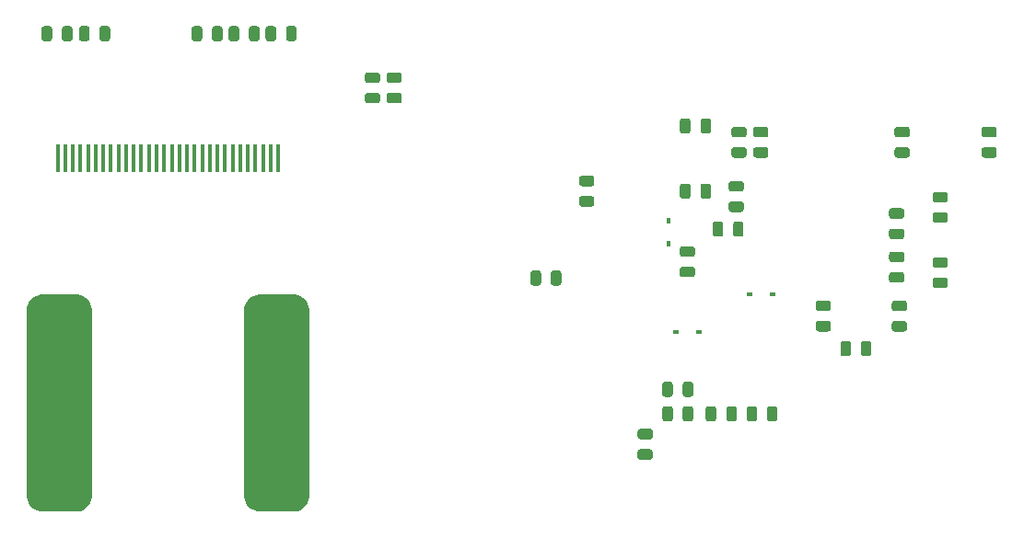
<source format=gbr>
%TF.GenerationSoftware,KiCad,Pcbnew,(5.99.0-2671-gfc0a358ba)*%
%TF.CreationDate,2020-08-28T01:53:28+05:30*%
%TF.ProjectId,Power_Supply,506f7765-725f-4537-9570-706c792e6b69,rev?*%
%TF.SameCoordinates,Original*%
%TF.FileFunction,Paste,Bot*%
%TF.FilePolarity,Positive*%
%FSLAX46Y46*%
G04 Gerber Fmt 4.6, Leading zero omitted, Abs format (unit mm)*
G04 Created by KiCad (PCBNEW (5.99.0-2671-gfc0a358ba)) date 2020-08-28 01:53:28*
%MOMM*%
%LPD*%
G01*
G04 APERTURE LIST*
%ADD10R,0.400000X2.500000*%
%ADD11R,0.600000X0.450000*%
%ADD12R,0.450000X0.600000*%
G04 APERTURE END LIST*
D10*
%TO.C,U10*%
X21850000Y-26500000D03*
X22550000Y-26500000D03*
X23250000Y-26500000D03*
X23950000Y-26500000D03*
X24650000Y-26500000D03*
X25350000Y-26500000D03*
X26050000Y-26500000D03*
X26750000Y-26500000D03*
X27450000Y-26500000D03*
X28150000Y-26500000D03*
X28850000Y-26500000D03*
X29550000Y-26500000D03*
X30250000Y-26500000D03*
X30950000Y-26500000D03*
X31650000Y-26500000D03*
X32350000Y-26500000D03*
X33050000Y-26500000D03*
X33750000Y-26500000D03*
X34450000Y-26500000D03*
X35150000Y-26500000D03*
X35850000Y-26500000D03*
X36550000Y-26500000D03*
X37250000Y-26500000D03*
X37950000Y-26500000D03*
X38650000Y-26500000D03*
X39350000Y-26500000D03*
X40050000Y-26500000D03*
X40750000Y-26500000D03*
X41450000Y-26500000D03*
X42150000Y-26500000D03*
%TD*%
%TO.C,J3*%
G36*
X23737086Y-39014659D02*
G01*
X23973039Y-39072816D01*
X24196608Y-39168070D01*
X24402002Y-39297953D01*
X24583901Y-39459102D01*
X24737595Y-39647342D01*
X24859103Y-39857799D01*
X24945277Y-40085022D01*
X24993886Y-40323126D01*
X25000000Y-40424201D01*
X25000000Y-57555506D01*
X24985341Y-57737086D01*
X24927184Y-57973039D01*
X24831930Y-58196608D01*
X24702047Y-58402002D01*
X24540898Y-58583901D01*
X24352658Y-58737595D01*
X24142201Y-58859103D01*
X23914978Y-58945277D01*
X23676874Y-58993886D01*
X23575799Y-59000000D01*
X20444494Y-59000000D01*
X20262914Y-58985341D01*
X20026961Y-58927184D01*
X19803392Y-58831930D01*
X19597998Y-58702047D01*
X19416099Y-58540898D01*
X19262405Y-58352658D01*
X19140897Y-58142201D01*
X19054723Y-57914978D01*
X19006114Y-57676874D01*
X19000000Y-57575799D01*
X19000000Y-40444494D01*
X19014659Y-40262914D01*
X19072816Y-40026961D01*
X19168070Y-39803392D01*
X19297953Y-39597998D01*
X19459102Y-39416099D01*
X19647342Y-39262405D01*
X19857799Y-39140897D01*
X20085022Y-39054723D01*
X20323126Y-39006114D01*
X20424201Y-39000000D01*
X23555506Y-39000000D01*
X23737086Y-39014659D01*
G37*
%TD*%
%TO.C,J2*%
G36*
X43737086Y-39014659D02*
G01*
X43973039Y-39072816D01*
X44196608Y-39168070D01*
X44402002Y-39297953D01*
X44583901Y-39459102D01*
X44737595Y-39647342D01*
X44859103Y-39857799D01*
X44945277Y-40085022D01*
X44993886Y-40323126D01*
X45000000Y-40424201D01*
X45000000Y-57555506D01*
X44985341Y-57737086D01*
X44927184Y-57973039D01*
X44831930Y-58196608D01*
X44702047Y-58402002D01*
X44540898Y-58583901D01*
X44352658Y-58737595D01*
X44142201Y-58859103D01*
X43914978Y-58945277D01*
X43676874Y-58993886D01*
X43575799Y-59000000D01*
X40444494Y-59000000D01*
X40262914Y-58985341D01*
X40026961Y-58927184D01*
X39803392Y-58831930D01*
X39597998Y-58702047D01*
X39416099Y-58540898D01*
X39262405Y-58352658D01*
X39140897Y-58142201D01*
X39054723Y-57914978D01*
X39006114Y-57676874D01*
X39000000Y-57575799D01*
X39000000Y-40444494D01*
X39014659Y-40262914D01*
X39072816Y-40026961D01*
X39168070Y-39803392D01*
X39297953Y-39597998D01*
X39459102Y-39416099D01*
X39647342Y-39262405D01*
X39857799Y-39140897D01*
X40085022Y-39054723D01*
X40323126Y-39006114D01*
X40424201Y-39000000D01*
X43555506Y-39000000D01*
X43737086Y-39014659D01*
G37*
%TD*%
%TO.C,C32*%
G36*
G01*
X37575000Y-15456250D02*
X37575000Y-14543750D01*
G75*
G02*
X37818750Y-14300000I243750J0D01*
G01*
X38306250Y-14300000D01*
G75*
G02*
X38550000Y-14543750I0J-243750D01*
G01*
X38550000Y-15456250D01*
G75*
G02*
X38306250Y-15700000I-243750J0D01*
G01*
X37818750Y-15700000D01*
G75*
G02*
X37575000Y-15456250I0J243750D01*
G01*
G37*
G36*
G01*
X39450000Y-15456250D02*
X39450000Y-14543750D01*
G75*
G02*
X39693750Y-14300000I243750J0D01*
G01*
X40181250Y-14300000D01*
G75*
G02*
X40425000Y-14543750I0J-243750D01*
G01*
X40425000Y-15456250D01*
G75*
G02*
X40181250Y-15700000I-243750J0D01*
G01*
X39693750Y-15700000D01*
G75*
G02*
X39450000Y-15456250I0J243750D01*
G01*
G37*
%TD*%
D11*
%TO.C,D6*%
X78700000Y-42500000D03*
X80800000Y-42500000D03*
%TD*%
%TO.C,R14*%
G36*
G01*
X53256250Y-21425000D02*
X52343750Y-21425000D01*
G75*
G02*
X52100000Y-21181250I0J243750D01*
G01*
X52100000Y-20693750D01*
G75*
G02*
X52343750Y-20450000I243750J0D01*
G01*
X53256250Y-20450000D01*
G75*
G02*
X53500000Y-20693750I0J-243750D01*
G01*
X53500000Y-21181250D01*
G75*
G02*
X53256250Y-21425000I-243750J0D01*
G01*
G37*
G36*
G01*
X53256250Y-19550000D02*
X52343750Y-19550000D01*
G75*
G02*
X52100000Y-19306250I0J243750D01*
G01*
X52100000Y-18818750D01*
G75*
G02*
X52343750Y-18575000I243750J0D01*
G01*
X53256250Y-18575000D01*
G75*
G02*
X53500000Y-18818750I0J-243750D01*
G01*
X53500000Y-19306250D01*
G75*
G02*
X53256250Y-19550000I-243750J0D01*
G01*
G37*
%TD*%
%TO.C,C3*%
G36*
G01*
X96675000Y-43543750D02*
X96675000Y-44456250D01*
G75*
G02*
X96431250Y-44700000I-243750J0D01*
G01*
X95943750Y-44700000D01*
G75*
G02*
X95700000Y-44456250I0J243750D01*
G01*
X95700000Y-43543750D01*
G75*
G02*
X95943750Y-43300000I243750J0D01*
G01*
X96431250Y-43300000D01*
G75*
G02*
X96675000Y-43543750I0J-243750D01*
G01*
G37*
G36*
G01*
X94800000Y-43543750D02*
X94800000Y-44456250D01*
G75*
G02*
X94556250Y-44700000I-243750J0D01*
G01*
X94068750Y-44700000D01*
G75*
G02*
X93825000Y-44456250I0J243750D01*
G01*
X93825000Y-43543750D01*
G75*
G02*
X94068750Y-43300000I243750J0D01*
G01*
X94556250Y-43300000D01*
G75*
G02*
X94800000Y-43543750I0J-243750D01*
G01*
G37*
%TD*%
%TO.C,C8*%
G36*
G01*
X81445000Y-50456250D02*
X81445000Y-49543750D01*
G75*
G02*
X81688750Y-49300000I243750J0D01*
G01*
X82176250Y-49300000D01*
G75*
G02*
X82420000Y-49543750I0J-243750D01*
G01*
X82420000Y-50456250D01*
G75*
G02*
X82176250Y-50700000I-243750J0D01*
G01*
X81688750Y-50700000D01*
G75*
G02*
X81445000Y-50456250I0J243750D01*
G01*
G37*
G36*
G01*
X83320000Y-50456250D02*
X83320000Y-49543750D01*
G75*
G02*
X83563750Y-49300000I243750J0D01*
G01*
X84051250Y-49300000D01*
G75*
G02*
X84295000Y-49543750I0J-243750D01*
G01*
X84295000Y-50456250D01*
G75*
G02*
X84051250Y-50700000I-243750J0D01*
G01*
X83563750Y-50700000D01*
G75*
G02*
X83320000Y-50456250I0J243750D01*
G01*
G37*
%TD*%
%TO.C,C2*%
G36*
G01*
X98543750Y-31075000D02*
X99456250Y-31075000D01*
G75*
G02*
X99700000Y-31318750I0J-243750D01*
G01*
X99700000Y-31806250D01*
G75*
G02*
X99456250Y-32050000I-243750J0D01*
G01*
X98543750Y-32050000D01*
G75*
G02*
X98300000Y-31806250I0J243750D01*
G01*
X98300000Y-31318750D01*
G75*
G02*
X98543750Y-31075000I243750J0D01*
G01*
G37*
G36*
G01*
X98543750Y-32950000D02*
X99456250Y-32950000D01*
G75*
G02*
X99700000Y-33193750I0J-243750D01*
G01*
X99700000Y-33681250D01*
G75*
G02*
X99456250Y-33925000I-243750J0D01*
G01*
X98543750Y-33925000D01*
G75*
G02*
X98300000Y-33681250I0J243750D01*
G01*
X98300000Y-33193750D01*
G75*
G02*
X98543750Y-32950000I243750J0D01*
G01*
G37*
%TD*%
%TO.C,R11*%
G36*
G01*
X102543750Y-29575000D02*
X103456250Y-29575000D01*
G75*
G02*
X103700000Y-29818750I0J-243750D01*
G01*
X103700000Y-30306250D01*
G75*
G02*
X103456250Y-30550000I-243750J0D01*
G01*
X102543750Y-30550000D01*
G75*
G02*
X102300000Y-30306250I0J243750D01*
G01*
X102300000Y-29818750D01*
G75*
G02*
X102543750Y-29575000I243750J0D01*
G01*
G37*
G36*
G01*
X102543750Y-31450000D02*
X103456250Y-31450000D01*
G75*
G02*
X103700000Y-31693750I0J-243750D01*
G01*
X103700000Y-32181250D01*
G75*
G02*
X103456250Y-32425000I-243750J0D01*
G01*
X102543750Y-32425000D01*
G75*
G02*
X102300000Y-32181250I0J243750D01*
G01*
X102300000Y-31693750D01*
G75*
G02*
X102543750Y-31450000I243750J0D01*
G01*
G37*
%TD*%
%TO.C,R4*%
G36*
G01*
X103456250Y-38425000D02*
X102543750Y-38425000D01*
G75*
G02*
X102300000Y-38181250I0J243750D01*
G01*
X102300000Y-37693750D01*
G75*
G02*
X102543750Y-37450000I243750J0D01*
G01*
X103456250Y-37450000D01*
G75*
G02*
X103700000Y-37693750I0J-243750D01*
G01*
X103700000Y-38181250D01*
G75*
G02*
X103456250Y-38425000I-243750J0D01*
G01*
G37*
G36*
G01*
X103456250Y-36550000D02*
X102543750Y-36550000D01*
G75*
G02*
X102300000Y-36306250I0J243750D01*
G01*
X102300000Y-35818750D01*
G75*
G02*
X102543750Y-35575000I243750J0D01*
G01*
X103456250Y-35575000D01*
G75*
G02*
X103700000Y-35818750I0J-243750D01*
G01*
X103700000Y-36306250D01*
G75*
G02*
X103456250Y-36550000I-243750J0D01*
G01*
G37*
%TD*%
%TO.C,C34*%
G36*
G01*
X43825000Y-14543750D02*
X43825000Y-15456250D01*
G75*
G02*
X43581250Y-15700000I-243750J0D01*
G01*
X43093750Y-15700000D01*
G75*
G02*
X42850000Y-15456250I0J243750D01*
G01*
X42850000Y-14543750D01*
G75*
G02*
X43093750Y-14300000I243750J0D01*
G01*
X43581250Y-14300000D01*
G75*
G02*
X43825000Y-14543750I0J-243750D01*
G01*
G37*
G36*
G01*
X41950000Y-14543750D02*
X41950000Y-15456250D01*
G75*
G02*
X41706250Y-15700000I-243750J0D01*
G01*
X41218750Y-15700000D01*
G75*
G02*
X40975000Y-15456250I0J243750D01*
G01*
X40975000Y-14543750D01*
G75*
G02*
X41218750Y-14300000I243750J0D01*
G01*
X41706250Y-14300000D01*
G75*
G02*
X41950000Y-14543750I0J-243750D01*
G01*
G37*
%TD*%
%TO.C,D5*%
X85450000Y-39000000D03*
X87550000Y-39000000D03*
%TD*%
%TO.C,C15*%
G36*
G01*
X79293750Y-34575000D02*
X80206250Y-34575000D01*
G75*
G02*
X80450000Y-34818750I0J-243750D01*
G01*
X80450000Y-35306250D01*
G75*
G02*
X80206250Y-35550000I-243750J0D01*
G01*
X79293750Y-35550000D01*
G75*
G02*
X79050000Y-35306250I0J243750D01*
G01*
X79050000Y-34818750D01*
G75*
G02*
X79293750Y-34575000I243750J0D01*
G01*
G37*
G36*
G01*
X79293750Y-36450000D02*
X80206250Y-36450000D01*
G75*
G02*
X80450000Y-36693750I0J-243750D01*
G01*
X80450000Y-37181250D01*
G75*
G02*
X80206250Y-37425000I-243750J0D01*
G01*
X79293750Y-37425000D01*
G75*
G02*
X79050000Y-37181250I0J243750D01*
G01*
X79050000Y-36693750D01*
G75*
G02*
X79293750Y-36450000I243750J0D01*
G01*
G37*
%TD*%
%TO.C,C31*%
G36*
G01*
X23825000Y-15456250D02*
X23825000Y-14543750D01*
G75*
G02*
X24068750Y-14300000I243750J0D01*
G01*
X24556250Y-14300000D01*
G75*
G02*
X24800000Y-14543750I0J-243750D01*
G01*
X24800000Y-15456250D01*
G75*
G02*
X24556250Y-15700000I-243750J0D01*
G01*
X24068750Y-15700000D01*
G75*
G02*
X23825000Y-15456250I0J243750D01*
G01*
G37*
G36*
G01*
X25700000Y-15456250D02*
X25700000Y-14543750D01*
G75*
G02*
X25943750Y-14300000I243750J0D01*
G01*
X26431250Y-14300000D01*
G75*
G02*
X26675000Y-14543750I0J-243750D01*
G01*
X26675000Y-15456250D01*
G75*
G02*
X26431250Y-15700000I-243750J0D01*
G01*
X25943750Y-15700000D01*
G75*
G02*
X25700000Y-15456250I0J243750D01*
G01*
G37*
%TD*%
%TO.C,C10*%
G36*
G01*
X99456250Y-37925000D02*
X98543750Y-37925000D01*
G75*
G02*
X98300000Y-37681250I0J243750D01*
G01*
X98300000Y-37193750D01*
G75*
G02*
X98543750Y-36950000I243750J0D01*
G01*
X99456250Y-36950000D01*
G75*
G02*
X99700000Y-37193750I0J-243750D01*
G01*
X99700000Y-37681250D01*
G75*
G02*
X99456250Y-37925000I-243750J0D01*
G01*
G37*
G36*
G01*
X99456250Y-36050000D02*
X98543750Y-36050000D01*
G75*
G02*
X98300000Y-35806250I0J243750D01*
G01*
X98300000Y-35318750D01*
G75*
G02*
X98543750Y-35075000I243750J0D01*
G01*
X99456250Y-35075000D01*
G75*
G02*
X99700000Y-35318750I0J-243750D01*
G01*
X99700000Y-35806250D01*
G75*
G02*
X99456250Y-36050000I-243750J0D01*
G01*
G37*
%TD*%
%TO.C,R5*%
G36*
G01*
X51256250Y-21425000D02*
X50343750Y-21425000D01*
G75*
G02*
X50100000Y-21181250I0J243750D01*
G01*
X50100000Y-20693750D01*
G75*
G02*
X50343750Y-20450000I243750J0D01*
G01*
X51256250Y-20450000D01*
G75*
G02*
X51500000Y-20693750I0J-243750D01*
G01*
X51500000Y-21181250D01*
G75*
G02*
X51256250Y-21425000I-243750J0D01*
G01*
G37*
G36*
G01*
X51256250Y-19550000D02*
X50343750Y-19550000D01*
G75*
G02*
X50100000Y-19306250I0J243750D01*
G01*
X50100000Y-18818750D01*
G75*
G02*
X50343750Y-18575000I243750J0D01*
G01*
X51256250Y-18575000D01*
G75*
G02*
X51500000Y-18818750I0J-243750D01*
G01*
X51500000Y-19306250D01*
G75*
G02*
X51256250Y-19550000I-243750J0D01*
G01*
G37*
%TD*%
%TO.C,C14*%
G36*
G01*
X75413750Y-51375000D02*
X76326250Y-51375000D01*
G75*
G02*
X76570000Y-51618750I0J-243750D01*
G01*
X76570000Y-52106250D01*
G75*
G02*
X76326250Y-52350000I-243750J0D01*
G01*
X75413750Y-52350000D01*
G75*
G02*
X75170000Y-52106250I0J243750D01*
G01*
X75170000Y-51618750D01*
G75*
G02*
X75413750Y-51375000I243750J0D01*
G01*
G37*
G36*
G01*
X75413750Y-53250000D02*
X76326250Y-53250000D01*
G75*
G02*
X76570000Y-53493750I0J-243750D01*
G01*
X76570000Y-53981250D01*
G75*
G02*
X76326250Y-54225000I-243750J0D01*
G01*
X75413750Y-54225000D01*
G75*
G02*
X75170000Y-53981250I0J243750D01*
G01*
X75170000Y-53493750D01*
G75*
G02*
X75413750Y-53250000I243750J0D01*
G01*
G37*
%TD*%
%TO.C,R2*%
G36*
G01*
X107043750Y-23575000D02*
X107956250Y-23575000D01*
G75*
G02*
X108200000Y-23818750I0J-243750D01*
G01*
X108200000Y-24306250D01*
G75*
G02*
X107956250Y-24550000I-243750J0D01*
G01*
X107043750Y-24550000D01*
G75*
G02*
X106800000Y-24306250I0J243750D01*
G01*
X106800000Y-23818750D01*
G75*
G02*
X107043750Y-23575000I243750J0D01*
G01*
G37*
G36*
G01*
X107043750Y-25450000D02*
X107956250Y-25450000D01*
G75*
G02*
X108200000Y-25693750I0J-243750D01*
G01*
X108200000Y-26181250D01*
G75*
G02*
X107956250Y-26425000I-243750J0D01*
G01*
X107043750Y-26425000D01*
G75*
G02*
X106800000Y-26181250I0J243750D01*
G01*
X106800000Y-25693750D01*
G75*
G02*
X107043750Y-25450000I243750J0D01*
G01*
G37*
%TD*%
%TO.C,R3*%
G36*
G01*
X99706250Y-42425000D02*
X98793750Y-42425000D01*
G75*
G02*
X98550000Y-42181250I0J243750D01*
G01*
X98550000Y-41693750D01*
G75*
G02*
X98793750Y-41450000I243750J0D01*
G01*
X99706250Y-41450000D01*
G75*
G02*
X99950000Y-41693750I0J-243750D01*
G01*
X99950000Y-42181250D01*
G75*
G02*
X99706250Y-42425000I-243750J0D01*
G01*
G37*
G36*
G01*
X99706250Y-40550000D02*
X98793750Y-40550000D01*
G75*
G02*
X98550000Y-40306250I0J243750D01*
G01*
X98550000Y-39818750D01*
G75*
G02*
X98793750Y-39575000I243750J0D01*
G01*
X99706250Y-39575000D01*
G75*
G02*
X99950000Y-39818750I0J-243750D01*
G01*
X99950000Y-40306250D01*
G75*
G02*
X99706250Y-40550000I-243750J0D01*
G01*
G37*
%TD*%
%TO.C,R12*%
G36*
G01*
X85195000Y-50456250D02*
X85195000Y-49543750D01*
G75*
G02*
X85438750Y-49300000I243750J0D01*
G01*
X85926250Y-49300000D01*
G75*
G02*
X86170000Y-49543750I0J-243750D01*
G01*
X86170000Y-50456250D01*
G75*
G02*
X85926250Y-50700000I-243750J0D01*
G01*
X85438750Y-50700000D01*
G75*
G02*
X85195000Y-50456250I0J243750D01*
G01*
G37*
G36*
G01*
X87070000Y-50456250D02*
X87070000Y-49543750D01*
G75*
G02*
X87313750Y-49300000I243750J0D01*
G01*
X87801250Y-49300000D01*
G75*
G02*
X88045000Y-49543750I0J-243750D01*
G01*
X88045000Y-50456250D01*
G75*
G02*
X87801250Y-50700000I-243750J0D01*
G01*
X87313750Y-50700000D01*
G75*
G02*
X87070000Y-50456250I0J243750D01*
G01*
G37*
%TD*%
%TO.C,C33*%
G36*
G01*
X23225000Y-14543750D02*
X23225000Y-15456250D01*
G75*
G02*
X22981250Y-15700000I-243750J0D01*
G01*
X22493750Y-15700000D01*
G75*
G02*
X22250000Y-15456250I0J243750D01*
G01*
X22250000Y-14543750D01*
G75*
G02*
X22493750Y-14300000I243750J0D01*
G01*
X22981250Y-14300000D01*
G75*
G02*
X23225000Y-14543750I0J-243750D01*
G01*
G37*
G36*
G01*
X21350000Y-14543750D02*
X21350000Y-15456250D01*
G75*
G02*
X21106250Y-15700000I-243750J0D01*
G01*
X20618750Y-15700000D01*
G75*
G02*
X20375000Y-15456250I0J243750D01*
G01*
X20375000Y-14543750D01*
G75*
G02*
X20618750Y-14300000I243750J0D01*
G01*
X21106250Y-14300000D01*
G75*
G02*
X21350000Y-14543750I0J-243750D01*
G01*
G37*
%TD*%
%TO.C,C22*%
G36*
G01*
X86043750Y-23575000D02*
X86956250Y-23575000D01*
G75*
G02*
X87200000Y-23818750I0J-243750D01*
G01*
X87200000Y-24306250D01*
G75*
G02*
X86956250Y-24550000I-243750J0D01*
G01*
X86043750Y-24550000D01*
G75*
G02*
X85800000Y-24306250I0J243750D01*
G01*
X85800000Y-23818750D01*
G75*
G02*
X86043750Y-23575000I243750J0D01*
G01*
G37*
G36*
G01*
X86043750Y-25450000D02*
X86956250Y-25450000D01*
G75*
G02*
X87200000Y-25693750I0J-243750D01*
G01*
X87200000Y-26181250D01*
G75*
G02*
X86956250Y-26425000I-243750J0D01*
G01*
X86043750Y-26425000D01*
G75*
G02*
X85800000Y-26181250I0J243750D01*
G01*
X85800000Y-25693750D01*
G75*
G02*
X86043750Y-25450000I243750J0D01*
G01*
G37*
%TD*%
%TO.C,C13*%
G36*
G01*
X77445000Y-50456250D02*
X77445000Y-49543750D01*
G75*
G02*
X77688750Y-49300000I243750J0D01*
G01*
X78176250Y-49300000D01*
G75*
G02*
X78420000Y-49543750I0J-243750D01*
G01*
X78420000Y-50456250D01*
G75*
G02*
X78176250Y-50700000I-243750J0D01*
G01*
X77688750Y-50700000D01*
G75*
G02*
X77445000Y-50456250I0J243750D01*
G01*
G37*
G36*
G01*
X79320000Y-50456250D02*
X79320000Y-49543750D01*
G75*
G02*
X79563750Y-49300000I243750J0D01*
G01*
X80051250Y-49300000D01*
G75*
G02*
X80295000Y-49543750I0J-243750D01*
G01*
X80295000Y-50456250D01*
G75*
G02*
X80051250Y-50700000I-243750J0D01*
G01*
X79563750Y-50700000D01*
G75*
G02*
X79320000Y-50456250I0J243750D01*
G01*
G37*
%TD*%
%TO.C,R1*%
G36*
G01*
X99043750Y-23575000D02*
X99956250Y-23575000D01*
G75*
G02*
X100200000Y-23818750I0J-243750D01*
G01*
X100200000Y-24306250D01*
G75*
G02*
X99956250Y-24550000I-243750J0D01*
G01*
X99043750Y-24550000D01*
G75*
G02*
X98800000Y-24306250I0J243750D01*
G01*
X98800000Y-23818750D01*
G75*
G02*
X99043750Y-23575000I243750J0D01*
G01*
G37*
G36*
G01*
X99043750Y-25450000D02*
X99956250Y-25450000D01*
G75*
G02*
X100200000Y-25693750I0J-243750D01*
G01*
X100200000Y-26181250D01*
G75*
G02*
X99956250Y-26425000I-243750J0D01*
G01*
X99043750Y-26425000D01*
G75*
G02*
X98800000Y-26181250I0J243750D01*
G01*
X98800000Y-25693750D01*
G75*
G02*
X99043750Y-25450000I243750J0D01*
G01*
G37*
%TD*%
%TO.C,C21*%
G36*
G01*
X70956250Y-30925000D02*
X70043750Y-30925000D01*
G75*
G02*
X69800000Y-30681250I0J243750D01*
G01*
X69800000Y-30193750D01*
G75*
G02*
X70043750Y-29950000I243750J0D01*
G01*
X70956250Y-29950000D01*
G75*
G02*
X71200000Y-30193750I0J-243750D01*
G01*
X71200000Y-30681250D01*
G75*
G02*
X70956250Y-30925000I-243750J0D01*
G01*
G37*
G36*
G01*
X70956250Y-29050000D02*
X70043750Y-29050000D01*
G75*
G02*
X69800000Y-28806250I0J243750D01*
G01*
X69800000Y-28318750D01*
G75*
G02*
X70043750Y-28075000I243750J0D01*
G01*
X70956250Y-28075000D01*
G75*
G02*
X71200000Y-28318750I0J-243750D01*
G01*
X71200000Y-28806250D01*
G75*
G02*
X70956250Y-29050000I-243750J0D01*
G01*
G37*
%TD*%
%TO.C,C19*%
G36*
G01*
X68175000Y-37043750D02*
X68175000Y-37956250D01*
G75*
G02*
X67931250Y-38200000I-243750J0D01*
G01*
X67443750Y-38200000D01*
G75*
G02*
X67200000Y-37956250I0J243750D01*
G01*
X67200000Y-37043750D01*
G75*
G02*
X67443750Y-36800000I243750J0D01*
G01*
X67931250Y-36800000D01*
G75*
G02*
X68175000Y-37043750I0J-243750D01*
G01*
G37*
G36*
G01*
X66300000Y-37043750D02*
X66300000Y-37956250D01*
G75*
G02*
X66056250Y-38200000I-243750J0D01*
G01*
X65568750Y-38200000D01*
G75*
G02*
X65325000Y-37956250I0J243750D01*
G01*
X65325000Y-37043750D01*
G75*
G02*
X65568750Y-36800000I243750J0D01*
G01*
X66056250Y-36800000D01*
G75*
G02*
X66300000Y-37043750I0J-243750D01*
G01*
G37*
%TD*%
%TO.C,C24*%
G36*
G01*
X81925000Y-23043750D02*
X81925000Y-23956250D01*
G75*
G02*
X81681250Y-24200000I-243750J0D01*
G01*
X81193750Y-24200000D01*
G75*
G02*
X80950000Y-23956250I0J243750D01*
G01*
X80950000Y-23043750D01*
G75*
G02*
X81193750Y-22800000I243750J0D01*
G01*
X81681250Y-22800000D01*
G75*
G02*
X81925000Y-23043750I0J-243750D01*
G01*
G37*
G36*
G01*
X80050000Y-23043750D02*
X80050000Y-23956250D01*
G75*
G02*
X79806250Y-24200000I-243750J0D01*
G01*
X79318750Y-24200000D01*
G75*
G02*
X79075000Y-23956250I0J243750D01*
G01*
X79075000Y-23043750D01*
G75*
G02*
X79318750Y-22800000I243750J0D01*
G01*
X79806250Y-22800000D01*
G75*
G02*
X80050000Y-23043750I0J-243750D01*
G01*
G37*
%TD*%
D12*
%TO.C,D7*%
X78000000Y-32200000D03*
X78000000Y-34300000D03*
%TD*%
%TO.C,R15*%
G36*
G01*
X34175000Y-15456250D02*
X34175000Y-14543750D01*
G75*
G02*
X34418750Y-14300000I243750J0D01*
G01*
X34906250Y-14300000D01*
G75*
G02*
X35150000Y-14543750I0J-243750D01*
G01*
X35150000Y-15456250D01*
G75*
G02*
X34906250Y-15700000I-243750J0D01*
G01*
X34418750Y-15700000D01*
G75*
G02*
X34175000Y-15456250I0J243750D01*
G01*
G37*
G36*
G01*
X36050000Y-15456250D02*
X36050000Y-14543750D01*
G75*
G02*
X36293750Y-14300000I243750J0D01*
G01*
X36781250Y-14300000D01*
G75*
G02*
X37025000Y-14543750I0J-243750D01*
G01*
X37025000Y-15456250D01*
G75*
G02*
X36781250Y-15700000I-243750J0D01*
G01*
X36293750Y-15700000D01*
G75*
G02*
X36050000Y-15456250I0J243750D01*
G01*
G37*
%TD*%
%TO.C,R7*%
G36*
G01*
X80295000Y-47293750D02*
X80295000Y-48206250D01*
G75*
G02*
X80051250Y-48450000I-243750J0D01*
G01*
X79563750Y-48450000D01*
G75*
G02*
X79320000Y-48206250I0J243750D01*
G01*
X79320000Y-47293750D01*
G75*
G02*
X79563750Y-47050000I243750J0D01*
G01*
X80051250Y-47050000D01*
G75*
G02*
X80295000Y-47293750I0J-243750D01*
G01*
G37*
G36*
G01*
X78420000Y-47293750D02*
X78420000Y-48206250D01*
G75*
G02*
X78176250Y-48450000I-243750J0D01*
G01*
X77688750Y-48450000D01*
G75*
G02*
X77445000Y-48206250I0J243750D01*
G01*
X77445000Y-47293750D01*
G75*
G02*
X77688750Y-47050000I243750J0D01*
G01*
X78176250Y-47050000D01*
G75*
G02*
X78420000Y-47293750I0J-243750D01*
G01*
G37*
%TD*%
%TO.C,C26*%
G36*
G01*
X79075000Y-29956250D02*
X79075000Y-29043750D01*
G75*
G02*
X79318750Y-28800000I243750J0D01*
G01*
X79806250Y-28800000D01*
G75*
G02*
X80050000Y-29043750I0J-243750D01*
G01*
X80050000Y-29956250D01*
G75*
G02*
X79806250Y-30200000I-243750J0D01*
G01*
X79318750Y-30200000D01*
G75*
G02*
X79075000Y-29956250I0J243750D01*
G01*
G37*
G36*
G01*
X80950000Y-29956250D02*
X80950000Y-29043750D01*
G75*
G02*
X81193750Y-28800000I243750J0D01*
G01*
X81681250Y-28800000D01*
G75*
G02*
X81925000Y-29043750I0J-243750D01*
G01*
X81925000Y-29956250D01*
G75*
G02*
X81681250Y-30200000I-243750J0D01*
G01*
X81193750Y-30200000D01*
G75*
G02*
X80950000Y-29956250I0J243750D01*
G01*
G37*
%TD*%
%TO.C,C17*%
G36*
G01*
X82075000Y-33456250D02*
X82075000Y-32543750D01*
G75*
G02*
X82318750Y-32300000I243750J0D01*
G01*
X82806250Y-32300000D01*
G75*
G02*
X83050000Y-32543750I0J-243750D01*
G01*
X83050000Y-33456250D01*
G75*
G02*
X82806250Y-33700000I-243750J0D01*
G01*
X82318750Y-33700000D01*
G75*
G02*
X82075000Y-33456250I0J243750D01*
G01*
G37*
G36*
G01*
X83950000Y-33456250D02*
X83950000Y-32543750D01*
G75*
G02*
X84193750Y-32300000I243750J0D01*
G01*
X84681250Y-32300000D01*
G75*
G02*
X84925000Y-32543750I0J-243750D01*
G01*
X84925000Y-33456250D01*
G75*
G02*
X84681250Y-33700000I-243750J0D01*
G01*
X84193750Y-33700000D01*
G75*
G02*
X83950000Y-33456250I0J243750D01*
G01*
G37*
%TD*%
%TO.C,C11*%
G36*
G01*
X92706250Y-42425000D02*
X91793750Y-42425000D01*
G75*
G02*
X91550000Y-42181250I0J243750D01*
G01*
X91550000Y-41693750D01*
G75*
G02*
X91793750Y-41450000I243750J0D01*
G01*
X92706250Y-41450000D01*
G75*
G02*
X92950000Y-41693750I0J-243750D01*
G01*
X92950000Y-42181250D01*
G75*
G02*
X92706250Y-42425000I-243750J0D01*
G01*
G37*
G36*
G01*
X92706250Y-40550000D02*
X91793750Y-40550000D01*
G75*
G02*
X91550000Y-40306250I0J243750D01*
G01*
X91550000Y-39818750D01*
G75*
G02*
X91793750Y-39575000I243750J0D01*
G01*
X92706250Y-39575000D01*
G75*
G02*
X92950000Y-39818750I0J-243750D01*
G01*
X92950000Y-40306250D01*
G75*
G02*
X92706250Y-40550000I-243750J0D01*
G01*
G37*
%TD*%
%TO.C,C23*%
G36*
G01*
X84956250Y-26425000D02*
X84043750Y-26425000D01*
G75*
G02*
X83800000Y-26181250I0J243750D01*
G01*
X83800000Y-25693750D01*
G75*
G02*
X84043750Y-25450000I243750J0D01*
G01*
X84956250Y-25450000D01*
G75*
G02*
X85200000Y-25693750I0J-243750D01*
G01*
X85200000Y-26181250D01*
G75*
G02*
X84956250Y-26425000I-243750J0D01*
G01*
G37*
G36*
G01*
X84956250Y-24550000D02*
X84043750Y-24550000D01*
G75*
G02*
X83800000Y-24306250I0J243750D01*
G01*
X83800000Y-23818750D01*
G75*
G02*
X84043750Y-23575000I243750J0D01*
G01*
X84956250Y-23575000D01*
G75*
G02*
X85200000Y-23818750I0J-243750D01*
G01*
X85200000Y-24306250D01*
G75*
G02*
X84956250Y-24550000I-243750J0D01*
G01*
G37*
%TD*%
%TO.C,C9*%
G36*
G01*
X83793750Y-28575000D02*
X84706250Y-28575000D01*
G75*
G02*
X84950000Y-28818750I0J-243750D01*
G01*
X84950000Y-29306250D01*
G75*
G02*
X84706250Y-29550000I-243750J0D01*
G01*
X83793750Y-29550000D01*
G75*
G02*
X83550000Y-29306250I0J243750D01*
G01*
X83550000Y-28818750D01*
G75*
G02*
X83793750Y-28575000I243750J0D01*
G01*
G37*
G36*
G01*
X83793750Y-30450000D02*
X84706250Y-30450000D01*
G75*
G02*
X84950000Y-30693750I0J-243750D01*
G01*
X84950000Y-31181250D01*
G75*
G02*
X84706250Y-31425000I-243750J0D01*
G01*
X83793750Y-31425000D01*
G75*
G02*
X83550000Y-31181250I0J243750D01*
G01*
X83550000Y-30693750D01*
G75*
G02*
X83793750Y-30450000I243750J0D01*
G01*
G37*
%TD*%
M02*

</source>
